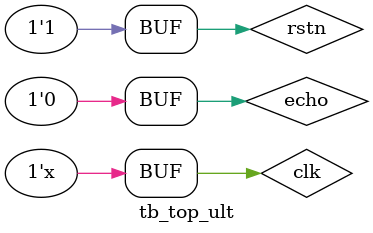
<source format=v>
`timescale 1ns / 1ps

`define UD #1
module tb_top_ult ;


	reg clk;//12MHZ 
	reg echo;
	reg rstn;
    wire trig;
	wire  [3:0]dig;
	wire  [7:0]smg;



top_ult uut
(
	.clk	(clk	),//12MHZ 
	.echo	(echo	),
	.rstn	(rstn	),
    .trig	(trig	),
	.dig	(dig	),
	.smg    (smg	)
);


initial
begin
	#0;
		clk = 1'b0;
		rstn = 1'b0;
		echo = 1'b0;
	#100;
		rstn = 1'b1;
	#500;
		echo = 1'b1;
	#30000;
		echo = 1'b0;
	//delay
	//#1000;
	//	echo = 1'b1;
	//#4000;
	//	echo = 1'b0;	
	

end 

always #10 clk = ~clk;

endmodule 
</source>
